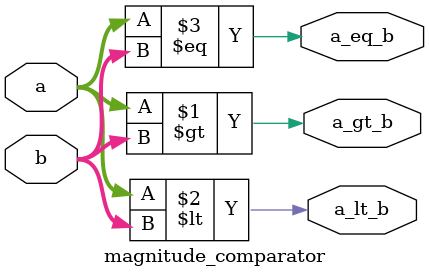
<source format=v>
`timescale 1ns / 1ps



module magnitude_comparator (
    input  [3:0] a, 
    input  [3:0] b,
    output a_gt_b,
    output a_lt_b,
    output a_eq_b
);

    assign a_gt_b = (a > b);
    assign a_lt_b = (a < b);
    assign a_eq_b = (a == b);

endmodule
</source>
